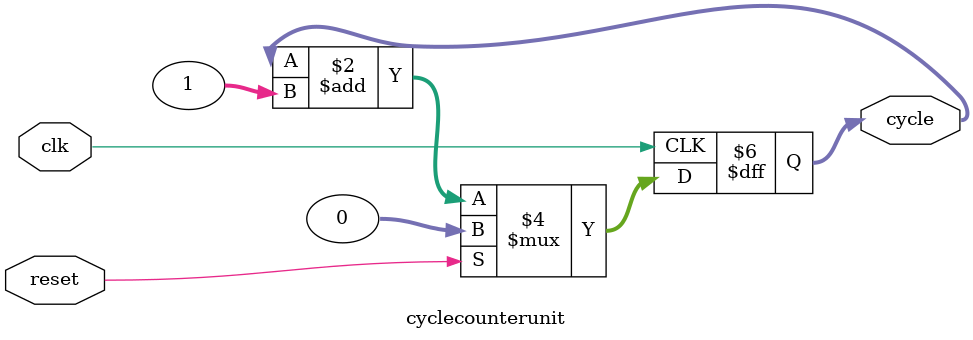
<source format=v>
module coprocessor0(
  input clk, reset,
  input [7:0] interrupts,
  input cop0write,
  input [4:0] readaddress, writeaddress,
  input [31:0] writecop0,
  input [31:0] pc,
  input overflow, syscall, break_, ri,
  input adesable, adelable, misaligned,
  input rfe,
  input activeexception,
  output reg [31:0] cop0readdata,
  output pendingexception,
  output iec
);

  wire [31:0] statusreg, causereg, epc, cycle;
  wire [4:0] exccode;
  wire [7:0]mask_interrupts;

  exceptionunit excu(
    overflow, syscall, break_, ri,
    adesable, adelable, misaligned,
    iec, interrupts,
    pendingexception, exccode
  );

  epcunit epcu(clk, reset, activeexception, pc, epc);

  statusregunit srunit(clk, reset, cop0write && (writeaddress == 5'b01100), activeexception, rfe, writecop0, statusreg, iec);

  causeregunit crunit(clk, reset, activeexception, exccode, causereg);

  cyclecounterunit counter(clk, reset, cycle);

  always @(readaddress or statusreg or causereg or epc or cycle) begin
    case (readaddress)
      5'b01100: cop0readdata = statusreg; // Status
      5'b01101: cop0readdata = causereg;  // Cause
      5'b01110: cop0readdata = epc;       // EPC
      5'b01111: cop0readdata = cycle;     // Cycle counter
      default: cop0readdata = 32'hxxxxxxxx;
    endcase
  end

endmodule

module exceptionunit(
input overflow, syscall, break_, ri,
input adesable, adelable, misaligned,
input iec,
input [7:0] interrupts,
output reg pendingexception,
output reg [4:0] exccode
);
wire interrupt = iec & | interrupts;
wire adel = adelable | misaligned;
wire ades = adesable | misaligned;


always @(interrupt or overflow or syscall or break_ or ri or adel or ades) begin
pendingexception = interrupt | overflow | syscall | break_ | ri | adel | ades;
casex ({interrupt, overflow, adel, ades, syscall, break_, ri})
8'b1xxxxxxx: exccode = 5'b00001; // interrupt
8'b01xxxxxx: exccode = 5'b01100; // overflow
8'b001xxxxx: exccode = 5'b00100; // adel
8'b0001xxxx: exccode = 5'b00101; // ades
8'b00001xxx: exccode = 5'b01000; // syscall
8'b000001xx: exccode = 5'b01001; // break
8'b0000001x: exccode = 5'b01010; // reserved instruction
default: exccode = 5'b00000;
endcase
end
endmodule

module epcunit (
  input clk,                   
  input reset,                 
  input activeexception,       
  input [31:0] pc,             
  output reg [31:0] epc       
);

  always @(posedge clk) begin
    if (reset)
      epc <= 32'b0;
    else if (activeexception)
      epc <= pc;
  end

endmodule


module statusregunit (
  input clk,              
  input reset,            
  input writeenable,      // (mtc0)
  input activeexception,  // (zera IEC)
  input rfe,              // (restaura IEC)
  input [31:0] writedata, 
  output reg [31:0] statusreg, 
  output iec // Interrupt Enable
);

  wire new_iec;

  // Lógica para definir o novo valor de IEC
  assign new_iec = rfe     ? 1'b1 : // RFE restaura IEC
                   reset   ? 1'b0 : // Reset zera IEC
                   activeexception ? 1'b0 : // Exceção zera IEC
                   writeenable ? writedata[0] : statusreg[0]; // MTC0

  // Atualiza o registrador status
  always @(posedge clk) begin
    if (reset)
      statusreg <= 32'b0; // Zera tudo no reset
    else
      statusreg[0] <= new_iec; 
  end

  // Saída IEC direto do registrador
  assign iec = statusreg[0];

endmodule

module causeregunit (
  input clk,
  input reset,
  input activeexception,       // Grava nova exceção
  input [4:0] exccode,         // Código da exceção (exceptionunit)
  output reg [31:0] causereg   // Saída do registrador Cause
);

  always @(posedge clk) begin
    if (reset)
      causereg <= 32'b0;
    else if (activeexception)
      causereg <= {16'b0, 8'b0, exccode, 2'b00};
  end

endmodule

module cyclecounterunit (
  input clk,
  input reset,
  output reg [31:0] cycle
);

  always @(posedge clk) begin
    if (reset)
      cycle <= 32'b0;
    else
      cycle <= cycle + 1;
  end

endmodule



</source>
